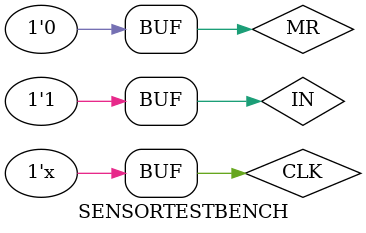
<source format=v>
module SENSORTESTBENCH;


reg CLK,IN,MR;
wire OUT ;
SENSOR S1(OUT,IN,CLK,MR);
initial begin 



$monitor("%d %d %d \n",MR,IN,OUT) ;
CLK = 0 ;
#100
MR = 0; 
IN = 0;
#100
IN = 1;
#100
IN = 0;
#100
IN = 1;#100
IN = 0;
#100
IN = 1;#100
IN = 0;
#100
IN = 1;
end

always
 begin
#1
CLK=~CLK ;

end



endmodule

</source>
